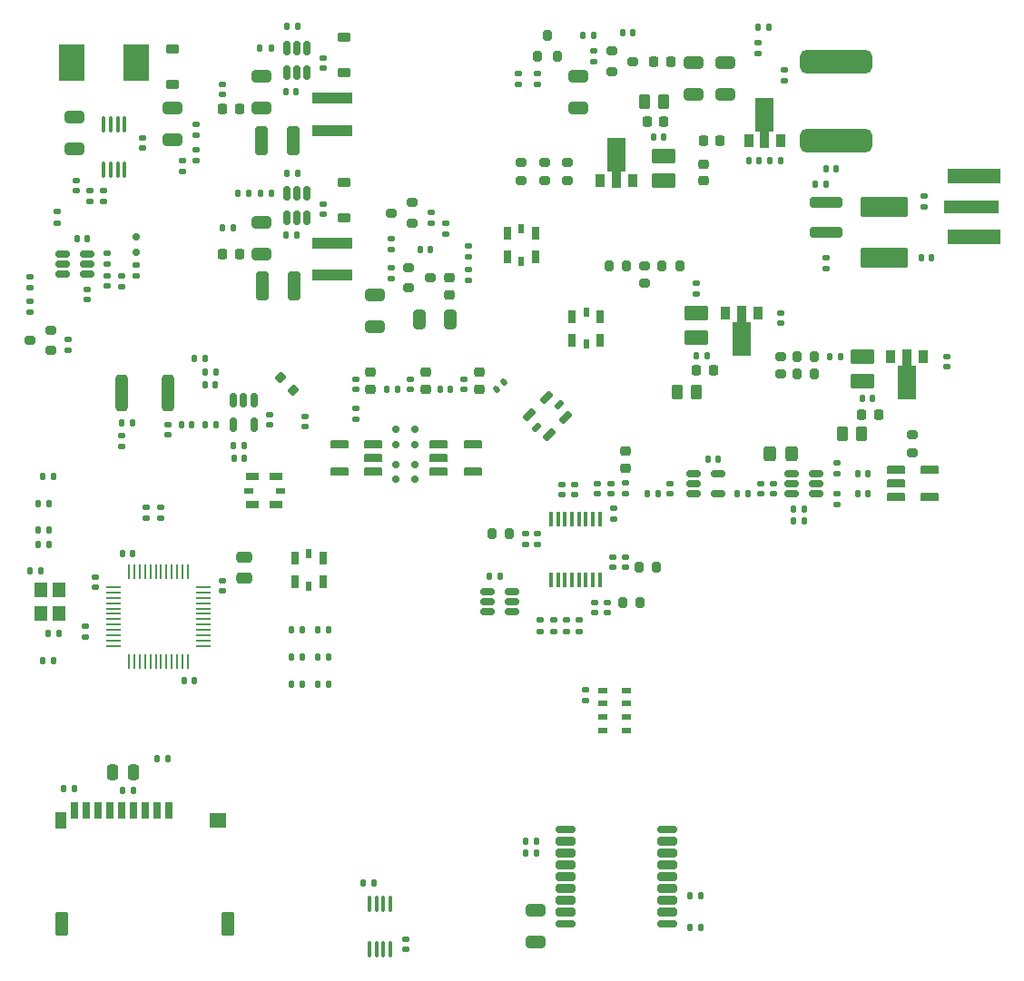
<source format=gtp>
%TF.GenerationSoftware,KiCad,Pcbnew,7.0.1*%
%TF.CreationDate,2023-06-24T00:45:25-07:00*%
%TF.ProjectId,Weather_Balloon_Payload_HW,57656174-6865-4725-9f42-616c6c6f6f6e,rev?*%
%TF.SameCoordinates,PX68e7780PY8583b00*%
%TF.FileFunction,Paste,Top*%
%TF.FilePolarity,Positive*%
%FSLAX46Y46*%
G04 Gerber Fmt 4.6, Leading zero omitted, Abs format (unit mm)*
G04 Created by KiCad (PCBNEW 7.0.1) date 2023-06-24 00:45:25*
%MOMM*%
%LPD*%
G01*
G04 APERTURE LIST*
G04 Aperture macros list*
%AMRoundRect*
0 Rectangle with rounded corners*
0 $1 Rounding radius*
0 $2 $3 $4 $5 $6 $7 $8 $9 X,Y pos of 4 corners*
0 Add a 4 corners polygon primitive as box body*
4,1,4,$2,$3,$4,$5,$6,$7,$8,$9,$2,$3,0*
0 Add four circle primitives for the rounded corners*
1,1,$1+$1,$2,$3*
1,1,$1+$1,$4,$5*
1,1,$1+$1,$6,$7*
1,1,$1+$1,$8,$9*
0 Add four rect primitives between the rounded corners*
20,1,$1+$1,$2,$3,$4,$5,0*
20,1,$1+$1,$4,$5,$6,$7,0*
20,1,$1+$1,$6,$7,$8,$9,0*
20,1,$1+$1,$8,$9,$2,$3,0*%
%AMFreePoly0*
4,1,9,3.862500,-0.866500,0.737500,-0.866500,0.737500,-0.450000,-0.737500,-0.450000,-0.737500,0.450000,0.737500,0.450000,0.737500,0.866500,3.862500,0.866500,3.862500,-0.866500,3.862500,-0.866500,$1*%
G04 Aperture macros list end*
%ADD10RoundRect,0.200000X-0.200000X-0.275000X0.200000X-0.275000X0.200000X0.275000X-0.200000X0.275000X0*%
%ADD11RoundRect,0.140000X0.140000X0.170000X-0.140000X0.170000X-0.140000X-0.170000X0.140000X-0.170000X0*%
%ADD12RoundRect,0.135000X0.185000X-0.135000X0.185000X0.135000X-0.185000X0.135000X-0.185000X-0.135000X0*%
%ADD13RoundRect,0.150000X-0.150000X0.512500X-0.150000X-0.512500X0.150000X-0.512500X0.150000X0.512500X0*%
%ADD14RoundRect,0.135000X-0.185000X0.135000X-0.185000X-0.135000X0.185000X-0.135000X0.185000X0.135000X0*%
%ADD15RoundRect,0.140000X-0.140000X-0.170000X0.140000X-0.170000X0.140000X0.170000X-0.140000X0.170000X0*%
%ADD16RoundRect,0.140000X-0.170000X0.140000X-0.170000X-0.140000X0.170000X-0.140000X0.170000X0.140000X0*%
%ADD17RoundRect,0.225000X0.250000X-0.225000X0.250000X0.225000X-0.250000X0.225000X-0.250000X-0.225000X0*%
%ADD18RoundRect,0.200000X0.275000X-0.200000X0.275000X0.200000X-0.275000X0.200000X-0.275000X-0.200000X0*%
%ADD19R,3.700000X1.100000*%
%ADD20RoundRect,0.147500X0.147500X0.172500X-0.147500X0.172500X-0.147500X-0.172500X0.147500X-0.172500X0*%
%ADD21RoundRect,0.140000X0.170000X-0.140000X0.170000X0.140000X-0.170000X0.140000X-0.170000X-0.140000X0*%
%ADD22RoundRect,0.135000X0.135000X0.185000X-0.135000X0.185000X-0.135000X-0.185000X0.135000X-0.185000X0*%
%ADD23RoundRect,0.135000X-0.135000X-0.185000X0.135000X-0.185000X0.135000X0.185000X-0.135000X0.185000X0*%
%ADD24RoundRect,0.250000X-0.650000X0.325000X-0.650000X-0.325000X0.650000X-0.325000X0.650000X0.325000X0*%
%ADD25RoundRect,0.250000X0.262500X0.450000X-0.262500X0.450000X-0.262500X-0.450000X0.262500X-0.450000X0*%
%ADD26RoundRect,0.150000X-0.200000X0.150000X-0.200000X-0.150000X0.200000X-0.150000X0.200000X0.150000X0*%
%ADD27RoundRect,0.089000X2.136000X-0.801000X2.136000X0.801000X-2.136000X0.801000X-2.136000X-0.801000X0*%
%ADD28RoundRect,0.250000X0.325000X1.100000X-0.325000X1.100000X-0.325000X-1.100000X0.325000X-1.100000X0*%
%ADD29RoundRect,0.200000X0.200000X0.275000X-0.200000X0.275000X-0.200000X-0.275000X0.200000X-0.275000X0*%
%ADD30RoundRect,0.250000X-0.325000X-0.450000X0.325000X-0.450000X0.325000X0.450000X-0.325000X0.450000X0*%
%ADD31RoundRect,0.076200X0.749300X-0.304800X0.749300X0.304800X-0.749300X0.304800X-0.749300X-0.304800X0*%
%ADD32RoundRect,0.225000X0.225000X0.250000X-0.225000X0.250000X-0.225000X-0.250000X0.225000X-0.250000X0*%
%ADD33RoundRect,0.150000X0.200000X-0.150000X0.200000X0.150000X-0.200000X0.150000X-0.200000X-0.150000X0*%
%ADD34R,0.950000X0.550000*%
%ADD35RoundRect,0.050000X0.100000X-0.712500X0.100000X0.712500X-0.100000X0.712500X-0.100000X-0.712500X0*%
%ADD36RoundRect,0.200000X0.335876X0.053033X0.053033X0.335876X-0.335876X-0.053033X-0.053033X-0.335876X0*%
%ADD37RoundRect,0.225000X0.375000X-0.225000X0.375000X0.225000X-0.375000X0.225000X-0.375000X-0.225000X0*%
%ADD38RoundRect,0.218750X0.256250X-0.218750X0.256250X0.218750X-0.256250X0.218750X-0.256250X-0.218750X0*%
%ADD39RoundRect,0.000000X-0.280000X-0.730000X0.280000X-0.730000X0.280000X0.730000X-0.280000X0.730000X0*%
%ADD40RoundRect,0.000000X-0.255000X-0.730000X0.255000X-0.730000X0.255000X0.730000X-0.255000X0.730000X0*%
%ADD41RoundRect,0.000000X-0.480000X-0.680000X0.480000X-0.680000X0.480000X0.680000X-0.480000X0.680000X0*%
%ADD42RoundRect,0.000000X-0.530000X-1.030000X0.530000X-1.030000X0.530000X1.030000X-0.530000X1.030000X0*%
%ADD43RoundRect,0.005000X-0.725000X-0.675000X0.725000X-0.675000X0.725000X0.675000X-0.725000X0.675000X0*%
%ADD44RoundRect,0.225000X-0.250000X0.225000X-0.250000X-0.225000X0.250000X-0.225000X0.250000X0.225000X0*%
%ADD45RoundRect,0.035000X-0.662500X-0.075000X0.662500X-0.075000X0.662500X0.075000X-0.662500X0.075000X0*%
%ADD46RoundRect,0.035000X-0.075000X-0.662500X0.075000X-0.662500X0.075000X0.662500X-0.075000X0.662500X0*%
%ADD47R,5.200000X1.270000*%
%ADD48R,4.900000X1.350000*%
%ADD49RoundRect,0.150000X-0.512500X-0.150000X0.512500X-0.150000X0.512500X0.150000X-0.512500X0.150000X0*%
%ADD50RoundRect,0.140000X-0.021213X0.219203X-0.219203X0.021213X0.021213X-0.219203X0.219203X-0.021213X0*%
%ADD51RoundRect,0.050000X-0.100000X0.637500X-0.100000X-0.637500X0.100000X-0.637500X0.100000X0.637500X0*%
%ADD52R,2.350000X3.500000*%
%ADD53RoundRect,0.250000X0.250000X0.475000X-0.250000X0.475000X-0.250000X-0.475000X0.250000X-0.475000X0*%
%ADD54RoundRect,0.225000X-0.225000X-0.250000X0.225000X-0.250000X0.225000X0.250000X-0.225000X0.250000X0*%
%ADD55RoundRect,0.200000X-0.275000X0.200000X-0.275000X-0.200000X0.275000X-0.200000X0.275000X0.200000X0*%
%ADD56RoundRect,0.540000X-2.825000X0.540000X-2.825000X-0.540000X2.825000X-0.540000X2.825000X0.540000X0*%
%ADD57RoundRect,0.200000X-0.300000X-0.200000X0.300000X-0.200000X0.300000X0.200000X-0.300000X0.200000X0*%
%ADD58RoundRect,0.250000X0.650000X-0.325000X0.650000X0.325000X-0.650000X0.325000X-0.650000X-0.325000X0*%
%ADD59RoundRect,0.218750X-0.218750X-0.256250X0.218750X-0.256250X0.218750X0.256250X-0.218750X0.256250X0*%
%ADD60RoundRect,0.147500X-0.172500X0.147500X-0.172500X-0.147500X0.172500X-0.147500X0.172500X0.147500X0*%
%ADD61RoundRect,0.175000X-0.725000X-0.175000X0.725000X-0.175000X0.725000X0.175000X-0.725000X0.175000X0*%
%ADD62RoundRect,0.200000X-0.700000X-0.200000X0.700000X-0.200000X0.700000X0.200000X-0.700000X0.200000X0*%
%ADD63R,0.900000X1.300000*%
%ADD64FreePoly0,90.000000*%
%ADD65RoundRect,0.250000X0.325000X0.650000X-0.325000X0.650000X-0.325000X-0.650000X0.325000X-0.650000X0*%
%ADD66RoundRect,0.255000X-1.270000X0.255000X-1.270000X-0.255000X1.270000X-0.255000X1.270000X0.255000X0*%
%ADD67RoundRect,0.050000X-0.100000X0.712500X-0.100000X-0.712500X0.100000X-0.712500X0.100000X0.712500X0*%
%ADD68RoundRect,0.076200X-0.749300X0.304800X-0.749300X-0.304800X0.749300X-0.304800X0.749300X0.304800X0*%
%ADD69FreePoly0,270.000000*%
%ADD70RoundRect,0.250001X0.849999X-0.462499X0.849999X0.462499X-0.849999X0.462499X-0.849999X-0.462499X0*%
%ADD71RoundRect,0.250000X-0.312500X-1.450000X0.312500X-1.450000X0.312500X1.450000X-0.312500X1.450000X0*%
%ADD72R,1.200000X1.400000*%
%ADD73RoundRect,0.250000X0.475000X-0.250000X0.475000X0.250000X-0.475000X0.250000X-0.475000X-0.250000X0*%
%ADD74RoundRect,0.250001X-0.849999X0.462499X-0.849999X-0.462499X0.849999X-0.462499X0.849999X0.462499X0*%
%ADD75RoundRect,0.015000X-0.410000X-0.210000X0.410000X-0.210000X0.410000X0.210000X-0.410000X0.210000X0*%
%ADD76RoundRect,0.045000X-0.580000X-0.280000X0.580000X-0.280000X0.580000X0.280000X-0.580000X0.280000X0*%
%ADD77RoundRect,0.200000X0.300000X0.200000X-0.300000X0.200000X-0.300000X-0.200000X0.300000X-0.200000X0*%
%ADD78RoundRect,0.200000X0.200000X-0.300000X0.200000X0.300000X-0.200000X0.300000X-0.200000X-0.300000X0*%
%ADD79RoundRect,0.015000X0.210000X-0.410000X0.210000X0.410000X-0.210000X0.410000X-0.210000X-0.410000X0*%
%ADD80RoundRect,0.045000X0.280000X-0.580000X0.280000X0.580000X-0.280000X0.580000X-0.280000X-0.580000X0*%
%ADD81RoundRect,0.218750X-0.256250X0.218750X-0.256250X-0.218750X0.256250X-0.218750X0.256250X0.218750X0*%
%ADD82RoundRect,0.015000X-0.141421X-0.438406X0.438406X0.141421X0.141421X0.438406X-0.438406X-0.141421X0*%
%ADD83RoundRect,0.045000X-0.212132X-0.608112X0.608112X0.212132X0.212132X0.608112X-0.608112X-0.212132X0*%
%ADD84RoundRect,0.147500X0.172500X-0.147500X0.172500X0.147500X-0.172500X0.147500X-0.172500X-0.147500X0*%
%ADD85RoundRect,0.015000X-0.210000X0.410000X-0.210000X-0.410000X0.210000X-0.410000X0.210000X0.410000X0*%
%ADD86RoundRect,0.045000X-0.280000X0.580000X-0.280000X-0.580000X0.280000X-0.580000X0.280000X0.580000X0*%
G04 APERTURE END LIST*
D10*
%TO.C,R33*%
X64650000Y34562500D03*
X66300000Y34562500D03*
%TD*%
D11*
%TO.C,C59*%
X53205000Y37000000D03*
X52245000Y37000000D03*
%TD*%
D12*
%TO.C,R58*%
X43050000Y64780000D03*
X43050000Y65800000D03*
%TD*%
D13*
%TO.C,U15*%
X30250000Y53417500D03*
X29300000Y53417500D03*
X28350000Y53417500D03*
X28350000Y51142500D03*
X30250000Y51142500D03*
%TD*%
D14*
%TO.C,R40*%
X64925000Y45722500D03*
X64925000Y44702500D03*
%TD*%
D15*
%TO.C,C7*%
X27350000Y69500000D03*
X28310000Y69500000D03*
%TD*%
D16*
%TO.C,C42*%
X79350000Y61600000D03*
X79350000Y60640000D03*
%TD*%
D17*
%TO.C,C50*%
X64925000Y47112500D03*
X64925000Y48662500D03*
%TD*%
D18*
%TO.C,R48*%
X66650000Y64350000D03*
X66650000Y66000000D03*
%TD*%
D19*
%TO.C,L2*%
X37587500Y68100000D03*
X37587500Y65100000D03*
%TD*%
D20*
%TO.C,D11*%
X37190000Y26950000D03*
X36220000Y26950000D03*
%TD*%
D21*
%TO.C,C60*%
X31700000Y51130000D03*
X31700000Y52090000D03*
%TD*%
D22*
%TO.C,R69*%
X34770000Y29450000D03*
X33750000Y29450000D03*
%TD*%
D23*
%TO.C,R53*%
X24680000Y57300000D03*
X25700000Y57300000D03*
%TD*%
D24*
%TO.C,C29*%
X60500000Y83625000D03*
X60500000Y80675000D03*
%TD*%
D25*
%TO.C,R56*%
X68500000Y81300000D03*
X66675000Y81300000D03*
%TD*%
D26*
%TO.C,D7*%
X45250000Y49300000D03*
X45250000Y50700000D03*
%TD*%
D27*
%TO.C,L15*%
X89000000Y66700000D03*
X89000000Y71500000D03*
%TD*%
D28*
%TO.C,C11*%
X33987500Y64100000D03*
X31037500Y64100000D03*
%TD*%
D29*
%TO.C,R35*%
X54075000Y40962500D03*
X52425000Y40962500D03*
%TD*%
D12*
%TO.C,R57*%
X77300000Y85800000D03*
X77300000Y86820000D03*
%TD*%
D30*
%TO.C,L6*%
X78350000Y48450000D03*
X80400000Y48450000D03*
%TD*%
D24*
%TO.C,C82*%
X74200000Y84950000D03*
X74200000Y82000000D03*
%TD*%
%TO.C,C12*%
X22700000Y80700000D03*
X22700000Y77750000D03*
%TD*%
D31*
%TO.C,T3*%
X41400000Y49270000D03*
X41400000Y48000000D03*
X41400000Y46730000D03*
X38200000Y46730000D03*
X38200000Y49270000D03*
%TD*%
D15*
%TO.C,C27*%
X9390000Y37500000D03*
X10350000Y37500000D03*
%TD*%
D22*
%TO.C,R43*%
X76360000Y44700000D03*
X75340000Y44700000D03*
%TD*%
D15*
%TO.C,C83*%
X83590000Y75000000D03*
X84550000Y75000000D03*
%TD*%
D32*
%TO.C,C74*%
X68500000Y79450000D03*
X66950000Y79450000D03*
%TD*%
D33*
%TO.C,D4*%
X19300000Y68650000D03*
X19300000Y67250000D03*
%TD*%
D22*
%TO.C,R23*%
X11600000Y29150000D03*
X10580000Y29150000D03*
%TD*%
D23*
%TO.C,R17*%
X10090000Y41300000D03*
X11110000Y41300000D03*
%TD*%
D15*
%TO.C,C58*%
X86550000Y44700000D03*
X87510000Y44700000D03*
%TD*%
D34*
%TO.C,U6*%
X62825000Y26375000D03*
X62825000Y25125000D03*
X62825000Y23875000D03*
X62825000Y22625000D03*
X64975000Y22625000D03*
X64975000Y23875000D03*
X64975000Y25125000D03*
X64975000Y26375000D03*
%TD*%
D22*
%TO.C,R68*%
X34770000Y26950000D03*
X33750000Y26950000D03*
%TD*%
D33*
%TO.C,D6*%
X43500000Y50700000D03*
X43500000Y49300000D03*
%TD*%
D16*
%TO.C,C87*%
X83600000Y66700000D03*
X83600000Y65740000D03*
%TD*%
D22*
%TO.C,R4*%
X29760000Y72750000D03*
X28740000Y72750000D03*
%TD*%
D35*
%TO.C,U3*%
X16250000Y74975000D03*
X16900000Y74975000D03*
X17550000Y74975000D03*
X18200000Y74975000D03*
X18200000Y79200000D03*
X17550000Y79200000D03*
X16900000Y79200000D03*
X16250000Y79200000D03*
%TD*%
D22*
%TO.C,R66*%
X22220000Y19950000D03*
X21200000Y19950000D03*
%TD*%
D16*
%TO.C,C16*%
X16530000Y65050000D03*
X16530000Y64090000D03*
%TD*%
D36*
%TO.C,R50*%
X33916726Y54343274D03*
X32750000Y55510000D03*
%TD*%
D16*
%TO.C,C66*%
X39800000Y52630000D03*
X39800000Y51670000D03*
%TD*%
D21*
%TO.C,C20*%
X61150000Y25440000D03*
X61150000Y26400000D03*
%TD*%
%TO.C,C47*%
X64875000Y37862500D03*
X64875000Y38822500D03*
%TD*%
D16*
%TO.C,C45*%
X71550000Y64330000D03*
X71550000Y63370000D03*
%TD*%
D20*
%TO.C,D12*%
X37205000Y29450000D03*
X36235000Y29450000D03*
%TD*%
D11*
%TO.C,C86*%
X83590000Y73600000D03*
X82630000Y73600000D03*
%TD*%
D12*
%TO.C,R13*%
X19300000Y65050000D03*
X19300000Y66070000D03*
%TD*%
D23*
%TO.C,R18*%
X10100000Y40000000D03*
X11120000Y40000000D03*
%TD*%
D21*
%TO.C,C6*%
X27350000Y81950000D03*
X27350000Y82910000D03*
%TD*%
D12*
%TO.C,R21*%
X21600000Y42400000D03*
X21600000Y43420000D03*
%TD*%
D13*
%TO.C,U2*%
X35187500Y72737500D03*
X34237500Y72737500D03*
X33287500Y72737500D03*
X33287500Y70462500D03*
X34237500Y70462500D03*
X35187500Y70462500D03*
%TD*%
D15*
%TO.C,C30*%
X64640000Y87700000D03*
X65600000Y87700000D03*
%TD*%
D37*
%TO.C,D1*%
X38637500Y84000000D03*
X38637500Y87300000D03*
%TD*%
D10*
%TO.C,R34*%
X80900000Y55850000D03*
X82550000Y55850000D03*
%TD*%
D16*
%TO.C,C24*%
X27300000Y36600000D03*
X27300000Y35640000D03*
%TD*%
D14*
%TO.C,R6*%
X24900000Y79150000D03*
X24900000Y78130000D03*
%TD*%
D23*
%TO.C,R20*%
X40430000Y8400000D03*
X41450000Y8400000D03*
%TD*%
D16*
%TO.C,C36*%
X94900000Y57500000D03*
X94900000Y56540000D03*
%TD*%
D14*
%TO.C,R44*%
X84650000Y47620000D03*
X84650000Y46600000D03*
%TD*%
D11*
%TO.C,C64*%
X18910000Y51330000D03*
X17950000Y51330000D03*
%TD*%
D38*
%TO.C,L10*%
X51300000Y54450000D03*
X51300000Y56025000D03*
%TD*%
D16*
%TO.C,C61*%
X35000000Y51910000D03*
X35000000Y50950000D03*
%TD*%
D21*
%TO.C,C34*%
X62000000Y33602500D03*
X62000000Y34562500D03*
%TD*%
D15*
%TO.C,C78*%
X45740000Y67450000D03*
X46700000Y67450000D03*
%TD*%
D39*
%TO.C,J9*%
X22300000Y15200000D03*
X21200000Y15200000D03*
X20100000Y15200000D03*
X19000000Y15200000D03*
X17900000Y15200000D03*
X16800000Y15200000D03*
X15700000Y15200000D03*
X14600000Y15200000D03*
D40*
X13500000Y15200000D03*
D41*
X12250000Y14200000D03*
D42*
X12300000Y4600000D03*
D43*
X26900000Y14200000D03*
D42*
X27800000Y4600000D03*
%TD*%
D44*
%TO.C,C76*%
X72150000Y75450000D03*
X72150000Y73900000D03*
%TD*%
D14*
%TO.C,R9*%
X16250000Y73020000D03*
X16250000Y72000000D03*
%TD*%
D45*
%TO.C,U8*%
X17187500Y36000000D03*
X17187500Y35500000D03*
X17187500Y35000000D03*
X17187500Y34500000D03*
X17187500Y34000000D03*
X17187500Y33500000D03*
X17187500Y33000000D03*
X17187500Y32500000D03*
X17187500Y32000000D03*
X17187500Y31500000D03*
X17187500Y31000000D03*
X17187500Y30500000D03*
D46*
X18600000Y29087500D03*
X19100000Y29087500D03*
X19600000Y29087500D03*
X20100000Y29087500D03*
X20600000Y29087500D03*
X21100000Y29087500D03*
X21600000Y29087500D03*
X22100000Y29087500D03*
X22600000Y29087500D03*
X23100000Y29087500D03*
X23600000Y29087500D03*
X24100000Y29087500D03*
D45*
X25512500Y30500000D03*
X25512500Y31000000D03*
X25512500Y31500000D03*
X25512500Y32000000D03*
X25512500Y32500000D03*
X25512500Y33000000D03*
X25512500Y33500000D03*
X25512500Y34000000D03*
X25512500Y34500000D03*
X25512500Y35000000D03*
X25512500Y35500000D03*
X25512500Y36000000D03*
D46*
X24100000Y37412500D03*
X23600000Y37412500D03*
X23100000Y37412500D03*
X22600000Y37412500D03*
X22100000Y37412500D03*
X21600000Y37412500D03*
X21100000Y37412500D03*
X20600000Y37412500D03*
X20100000Y37412500D03*
X19600000Y37412500D03*
X19100000Y37412500D03*
X18600000Y37412500D03*
%TD*%
D47*
%TO.C,J8*%
X97157500Y71500000D03*
D48*
X97407500Y68675000D03*
X97407500Y74325000D03*
%TD*%
D16*
%TO.C,C14*%
X13650000Y73950000D03*
X13650000Y72990000D03*
%TD*%
D49*
%TO.C,U14*%
X52025000Y35600000D03*
X52025000Y34650000D03*
X52025000Y33700000D03*
X54300000Y33700000D03*
X54300000Y34650000D03*
X54300000Y35600000D03*
%TD*%
D23*
%TO.C,R5*%
X30880000Y72750000D03*
X31900000Y72750000D03*
%TD*%
D50*
%TO.C,C73*%
X53539411Y55139411D03*
X52860589Y54460589D03*
%TD*%
D11*
%TO.C,C56*%
X81550000Y42200000D03*
X80590000Y42200000D03*
%TD*%
D15*
%TO.C,C57*%
X86550000Y46600000D03*
X87510000Y46600000D03*
%TD*%
D51*
%TO.C,U9*%
X62525000Y42362500D03*
X61875000Y42362500D03*
X61225000Y42362500D03*
X60575000Y42362500D03*
X59925000Y42362500D03*
X59275000Y42362500D03*
X58625000Y42362500D03*
X57975000Y42362500D03*
X57975000Y36637500D03*
X58625000Y36637500D03*
X59275000Y36637500D03*
X59925000Y36637500D03*
X60575000Y36637500D03*
X61225000Y36637500D03*
X61875000Y36637500D03*
X62525000Y36637500D03*
%TD*%
D23*
%TO.C,R67*%
X12480000Y17200000D03*
X13500000Y17200000D03*
%TD*%
D18*
%TO.C,R62*%
X55200000Y73950000D03*
X55200000Y75600000D03*
%TD*%
D21*
%TO.C,C49*%
X63525000Y44712500D03*
X63525000Y45672500D03*
%TD*%
D25*
%TO.C,R41*%
X71550000Y54200000D03*
X69725000Y54200000D03*
%TD*%
D21*
%TO.C,C54*%
X78750000Y44700000D03*
X78750000Y45660000D03*
%TD*%
D14*
%TO.C,R24*%
X56700000Y83950000D03*
X56700000Y82930000D03*
%TD*%
D25*
%TO.C,R37*%
X86950000Y50300000D03*
X85125000Y50300000D03*
%TD*%
D21*
%TO.C,C26*%
X14500000Y31350000D03*
X14500000Y32310000D03*
%TD*%
D10*
%TO.C,R36*%
X66175000Y37862500D03*
X67825000Y37862500D03*
%TD*%
D12*
%TO.C,R28*%
X58200000Y31880000D03*
X58200000Y32900000D03*
%TD*%
D21*
%TO.C,C5*%
X36687500Y84400000D03*
X36687500Y85360000D03*
%TD*%
D19*
%TO.C,L1*%
X37587500Y81600000D03*
X37587500Y78600000D03*
%TD*%
D52*
%TO.C,L3*%
X13225000Y84900000D03*
X19275000Y84900000D03*
%TD*%
D49*
%TO.C,U12*%
X71262500Y46600000D03*
X71262500Y45650000D03*
X71262500Y44700000D03*
X73537500Y44700000D03*
X73537500Y46600000D03*
%TD*%
D21*
%TO.C,C65*%
X22200000Y50182500D03*
X22200000Y51142500D03*
%TD*%
D28*
%TO.C,C2*%
X33937500Y77650000D03*
X30987500Y77650000D03*
%TD*%
D53*
%TO.C,C84*%
X19000000Y18750000D03*
X17100000Y18750000D03*
%TD*%
D54*
%TO.C,C43*%
X71550000Y56200000D03*
X73100000Y56200000D03*
%TD*%
D21*
%TO.C,C70*%
X49850000Y54450000D03*
X49850000Y55410000D03*
%TD*%
D12*
%TO.C,R65*%
X46750000Y69950000D03*
X46750000Y70970000D03*
%TD*%
D29*
%TO.C,R49*%
X65000000Y66000000D03*
X63350000Y66000000D03*
%TD*%
D23*
%TO.C,R16*%
X10090000Y43800000D03*
X11110000Y43800000D03*
%TD*%
D18*
%TO.C,R64*%
X57350000Y73950000D03*
X57350000Y75600000D03*
%TD*%
D55*
%TO.C,R63*%
X59500000Y75600000D03*
X59500000Y73950000D03*
%TD*%
D14*
%TO.C,R30*%
X59400000Y32900000D03*
X59400000Y31880000D03*
%TD*%
D24*
%TO.C,C31*%
X71300000Y84950000D03*
X71300000Y82000000D03*
%TD*%
D21*
%TO.C,C53*%
X77550000Y44700000D03*
X77550000Y45660000D03*
%TD*%
D56*
%TO.C,L13*%
X84550000Y85020000D03*
X84550000Y77650000D03*
%TD*%
D12*
%TO.C,R22*%
X20200000Y42400000D03*
X20200000Y43420000D03*
%TD*%
D57*
%TO.C,Q4*%
X44680000Y65810000D03*
X44680000Y63910000D03*
X46680000Y64860000D03*
%TD*%
D58*
%TO.C,C19*%
X56500000Y2875000D03*
X56500000Y5825000D03*
%TD*%
D59*
%TO.C,L12*%
X72150000Y77650000D03*
X73725000Y77650000D03*
%TD*%
D15*
%TO.C,C75*%
X67540000Y77962500D03*
X68500000Y77962500D03*
%TD*%
D14*
%TO.C,R31*%
X60600000Y32900000D03*
X60600000Y31880000D03*
%TD*%
D38*
%TO.C,L9*%
X46250000Y54450000D03*
X46250000Y56025000D03*
%TD*%
D21*
%TO.C,C10*%
X36737500Y70800000D03*
X36737500Y71760000D03*
%TD*%
D60*
%TO.C,D10*%
X50300000Y67820000D03*
X50300000Y66850000D03*
%TD*%
D61*
%TO.C,U5*%
X59300000Y13400000D03*
D62*
X59300000Y12300000D03*
X59300000Y11200000D03*
X59300000Y10100000D03*
X59300000Y9000000D03*
X59300000Y7900000D03*
X59300000Y6800000D03*
X59300000Y5700000D03*
D61*
X59300000Y4600000D03*
X68800000Y4600000D03*
D62*
X68800000Y5700000D03*
X68800000Y6800000D03*
X68800000Y7900000D03*
X68800000Y9000000D03*
X68800000Y10100000D03*
X68800000Y11200000D03*
X68800000Y12300000D03*
D61*
X68800000Y13400000D03*
%TD*%
D24*
%TO.C,C18*%
X13500000Y79850000D03*
X13500000Y76900000D03*
%TD*%
D21*
%TO.C,C51*%
X69075000Y44712500D03*
X69075000Y45672500D03*
%TD*%
D15*
%TO.C,C55*%
X80590000Y43300000D03*
X81550000Y43300000D03*
%TD*%
D20*
%TO.C,D13*%
X37205000Y32000000D03*
X36235000Y32000000D03*
%TD*%
D12*
%TO.C,R71*%
X48150000Y68930000D03*
X48150000Y69950000D03*
%TD*%
D21*
%TO.C,C89*%
X19850000Y76940000D03*
X19850000Y77900000D03*
%TD*%
D15*
%TO.C,C88*%
X28400000Y47980000D03*
X29360000Y47980000D03*
%TD*%
D10*
%TO.C,R39*%
X80900000Y57500000D03*
X82550000Y57500000D03*
%TD*%
D12*
%TO.C,R45*%
X84650000Y43680000D03*
X84650000Y44700000D03*
%TD*%
D22*
%TO.C,R55*%
X29370000Y49180000D03*
X28350000Y49180000D03*
%TD*%
D14*
%TO.C,R52*%
X17950000Y50130000D03*
X17950000Y49110000D03*
%TD*%
D54*
%TO.C,C39*%
X86950000Y52100000D03*
X88500000Y52100000D03*
%TD*%
D63*
%TO.C,U16*%
X62550000Y73925000D03*
D64*
X64050000Y74012500D03*
D63*
X65550000Y73925000D03*
%TD*%
D22*
%TO.C,R2*%
X31850000Y86300000D03*
X30830000Y86300000D03*
%TD*%
D23*
%TO.C,R14*%
X55580000Y11200000D03*
X56600000Y11200000D03*
%TD*%
D16*
%TO.C,C21*%
X44400000Y3160000D03*
X44400000Y2200000D03*
%TD*%
D65*
%TO.C,C79*%
X48600000Y60950000D03*
X45650000Y60950000D03*
%TD*%
D21*
%TO.C,C32*%
X59025000Y44632500D03*
X59025000Y45592500D03*
%TD*%
%TO.C,C67*%
X39800000Y54450000D03*
X39800000Y55410000D03*
%TD*%
D66*
%TO.C,L14*%
X83590000Y71900000D03*
X83590000Y69100000D03*
%TD*%
D21*
%TO.C,C81*%
X79700000Y83270000D03*
X79700000Y84230000D03*
%TD*%
D37*
%TO.C,D2*%
X38687500Y70450000D03*
X38687500Y73750000D03*
%TD*%
D12*
%TO.C,R29*%
X56950000Y31880000D03*
X56950000Y32900000D03*
%TD*%
D15*
%TO.C,C80*%
X76400000Y75800000D03*
X77360000Y75800000D03*
%TD*%
D11*
%TO.C,C52*%
X73550000Y47950000D03*
X72590000Y47950000D03*
%TD*%
D16*
%TO.C,C46*%
X55575000Y40962500D03*
X55575000Y40002500D03*
%TD*%
D12*
%TO.C,R10*%
X11900000Y69980000D03*
X11900000Y71000000D03*
%TD*%
D16*
%TO.C,C37*%
X63725000Y38822500D03*
X63725000Y37862500D03*
%TD*%
D67*
%TO.C,U18*%
X42975000Y6412500D03*
X42325000Y6412500D03*
X41675000Y6412500D03*
X41025000Y6412500D03*
X41025000Y2187500D03*
X41675000Y2187500D03*
X42325000Y2187500D03*
X42975000Y2187500D03*
%TD*%
D12*
%TO.C,R25*%
X61950000Y84980000D03*
X61950000Y86000000D03*
%TD*%
D68*
%TO.C,T1*%
X90100000Y44380000D03*
X90100000Y45650000D03*
X90100000Y46920000D03*
X93300000Y46920000D03*
X93300000Y44380000D03*
%TD*%
D63*
%TO.C,U10*%
X92650000Y57500000D03*
D69*
X91150000Y57412500D03*
D63*
X89650000Y57500000D03*
%TD*%
D14*
%TO.C,R12*%
X16530000Y67170000D03*
X16530000Y66150000D03*
%TD*%
D15*
%TO.C,C90*%
X70950000Y7200000D03*
X71910000Y7200000D03*
%TD*%
D21*
%TO.C,C69*%
X44850000Y54450000D03*
X44850000Y55410000D03*
%TD*%
D70*
%TO.C,L4*%
X86980000Y55187500D03*
X86980000Y57512500D03*
%TD*%
D63*
%TO.C,U11*%
X77250000Y61600000D03*
D69*
X75750000Y61512500D03*
D63*
X74250000Y61600000D03*
%TD*%
D18*
%TO.C,R46*%
X91700000Y48550000D03*
X91700000Y50200000D03*
%TD*%
D71*
%TO.C,L7*%
X17925000Y54080000D03*
X22200000Y54080000D03*
%TD*%
D12*
%TO.C,R7*%
X24900000Y75750000D03*
X24900000Y76770000D03*
%TD*%
D57*
%TO.C,Q2*%
X63600000Y86000000D03*
X63600000Y84100000D03*
X65600000Y85050000D03*
%TD*%
D21*
%TO.C,C13*%
X14950000Y72000000D03*
X14950000Y72960000D03*
%TD*%
D70*
%TO.C,L5*%
X71550000Y59275000D03*
X71550000Y61600000D03*
%TD*%
D11*
%TO.C,C17*%
X14730000Y68500000D03*
X13770000Y68500000D03*
%TD*%
D72*
%TO.C,Y1*%
X10350000Y35700000D03*
X10350000Y33500000D03*
X12050000Y33500000D03*
X12050000Y35700000D03*
%TD*%
D58*
%TO.C,C1*%
X30987500Y80700000D03*
X30987500Y83650000D03*
%TD*%
D22*
%TO.C,R42*%
X67945000Y44712500D03*
X66925000Y44712500D03*
%TD*%
D11*
%TO.C,C4*%
X34217500Y82200000D03*
X33257500Y82200000D03*
%TD*%
%TO.C,C44*%
X72510000Y57600000D03*
X71550000Y57600000D03*
%TD*%
D12*
%TO.C,R27*%
X43050000Y67450000D03*
X43050000Y68470000D03*
%TD*%
%TO.C,R11*%
X17930000Y64030000D03*
X17930000Y65050000D03*
%TD*%
D23*
%TO.C,R1*%
X33300000Y74600000D03*
X34320000Y74600000D03*
%TD*%
D14*
%TO.C,R32*%
X63775000Y43362500D03*
X63775000Y42342500D03*
%TD*%
D38*
%TO.C,L8*%
X41150000Y54450000D03*
X41150000Y56025000D03*
%TD*%
D23*
%TO.C,R54*%
X25700000Y56050000D03*
X26720000Y56050000D03*
%TD*%
D49*
%TO.C,U4*%
X12442500Y67100000D03*
X12442500Y66150000D03*
X12442500Y65200000D03*
X14717500Y65200000D03*
X14717500Y66150000D03*
X14717500Y67100000D03*
%TD*%
D15*
%TO.C,C71*%
X70950000Y4250000D03*
X71910000Y4250000D03*
%TD*%
D16*
%TO.C,C38*%
X63200000Y34562500D03*
X63200000Y33602500D03*
%TD*%
D22*
%TO.C,R19*%
X11570000Y46355000D03*
X10550000Y46355000D03*
%TD*%
D18*
%TO.C,R38*%
X79350000Y55850000D03*
X79350000Y57500000D03*
%TD*%
D68*
%TO.C,T2*%
X47500000Y46730000D03*
X47500000Y48000000D03*
X47500000Y49270000D03*
X50700000Y49270000D03*
X50700000Y46730000D03*
%TD*%
D11*
%TO.C,C9*%
X34237500Y68800000D03*
X33277500Y68800000D03*
%TD*%
D15*
%TO.C,C28*%
X11090000Y31700000D03*
X12050000Y31700000D03*
%TD*%
D22*
%TO.C,R26*%
X61960000Y87500000D03*
X60940000Y87500000D03*
%TD*%
%TO.C,R61*%
X79400000Y75800000D03*
X78380000Y75800000D03*
%TD*%
D49*
%TO.C,U13*%
X80400000Y46600000D03*
X80400000Y45650000D03*
X80400000Y44700000D03*
X82675000Y44700000D03*
X82675000Y45650000D03*
X82675000Y46600000D03*
%TD*%
D63*
%TO.C,U17*%
X76400000Y77650000D03*
D64*
X77900000Y77737500D03*
D63*
X79400000Y77650000D03*
%TD*%
D15*
%TO.C,C41*%
X83990000Y57500000D03*
X84950000Y57500000D03*
%TD*%
D73*
%TO.C,C3*%
X29350000Y36850000D03*
X29350000Y38750000D03*
%TD*%
D26*
%TO.C,D8*%
X45250000Y46050000D03*
X45250000Y47450000D03*
%TD*%
D37*
%TO.C,D3*%
X22700000Y82900000D03*
X22700000Y86200000D03*
%TD*%
D59*
%TO.C,FB2*%
X27350000Y67100000D03*
X28925000Y67100000D03*
%TD*%
D22*
%TO.C,R51*%
X26760000Y51142500D03*
X25740000Y51142500D03*
%TD*%
D74*
%TO.C,L11*%
X68500000Y76225000D03*
X68500000Y73900000D03*
%TD*%
D16*
%TO.C,C15*%
X14730000Y63800000D03*
X14730000Y62840000D03*
%TD*%
D12*
%TO.C,R72*%
X54950000Y82930000D03*
X54950000Y83950000D03*
%TD*%
D75*
%TO.C,J11*%
X29750000Y45000000D03*
X32750000Y45000000D03*
D76*
X30150000Y46300000D03*
X30150000Y43700000D03*
X32350000Y46300000D03*
X32350000Y43700000D03*
%TD*%
D77*
%TO.C,Q3*%
X45050000Y69950000D03*
X45050000Y71850000D03*
X43050000Y70900000D03*
%TD*%
D29*
%TO.C,R47*%
X69950000Y66000000D03*
X68300000Y66000000D03*
%TD*%
D14*
%TO.C,R60*%
X9350000Y64920000D03*
X9350000Y63900000D03*
%TD*%
%TO.C,R8*%
X23600000Y75750000D03*
X23600000Y74730000D03*
%TD*%
D78*
%TO.C,Q1*%
X56700000Y85500000D03*
X58600000Y85500000D03*
X57650000Y87500000D03*
%TD*%
D79*
%TO.C,J7*%
X55200000Y66400000D03*
X55200000Y69400000D03*
D80*
X53900000Y66800000D03*
X56500000Y66800000D03*
X53900000Y69000000D03*
X56500000Y69000000D03*
%TD*%
D20*
%TO.C,D5*%
X78270000Y88200000D03*
X77300000Y88200000D03*
%TD*%
D11*
%TO.C,C91*%
X93460000Y66700000D03*
X92500000Y66700000D03*
%TD*%
D24*
%TO.C,C77*%
X41500000Y63250000D03*
X41500000Y60300000D03*
%TD*%
D77*
%TO.C,Q5*%
X11350000Y58050000D03*
X11350000Y59950000D03*
X9350000Y59000000D03*
%TD*%
D21*
%TO.C,C33*%
X60175000Y44612500D03*
X60175000Y45572500D03*
%TD*%
D13*
%TO.C,U1*%
X35187500Y86287500D03*
X34237500Y86287500D03*
X33287500Y86287500D03*
X33287500Y84012500D03*
X34237500Y84012500D03*
X35187500Y84012500D03*
%TD*%
D11*
%TO.C,C23*%
X24700000Y27300000D03*
X23740000Y27300000D03*
%TD*%
D12*
%TO.C,R73*%
X12900000Y58050000D03*
X12900000Y59070000D03*
%TD*%
D23*
%TO.C,R3*%
X33300000Y88300000D03*
X34320000Y88300000D03*
%TD*%
D21*
%TO.C,C35*%
X56725000Y40002500D03*
X56725000Y40962500D03*
%TD*%
D15*
%TO.C,C25*%
X18000000Y39150000D03*
X18960000Y39150000D03*
%TD*%
D21*
%TO.C,C48*%
X62325000Y44712500D03*
X62325000Y45672500D03*
%TD*%
D59*
%TO.C,FB1*%
X27350000Y80600000D03*
X28925000Y80600000D03*
%TD*%
D81*
%TO.C,FB4*%
X48500000Y64850000D03*
X48500000Y63275000D03*
%TD*%
D12*
%TO.C,R59*%
X50300000Y64600000D03*
X50300000Y65620000D03*
%TD*%
D82*
%TO.C,J5*%
X56589340Y50889340D03*
X58710660Y53010660D03*
D83*
X55952944Y52091421D03*
X57791421Y50252944D03*
X57508579Y53647056D03*
X59347056Y51808579D03*
%TD*%
D11*
%TO.C,C72*%
X48580000Y54450000D03*
X47620000Y54450000D03*
%TD*%
D33*
%TO.C,D9*%
X43500000Y47450000D03*
X43500000Y46050000D03*
%TD*%
D11*
%TO.C,C68*%
X43630000Y54450000D03*
X42670000Y54450000D03*
%TD*%
D21*
%TO.C,C22*%
X15500000Y36000000D03*
X15500000Y36960000D03*
%TD*%
D23*
%TO.C,R15*%
X55590000Y12300000D03*
X56610000Y12300000D03*
%TD*%
D16*
%TO.C,C92*%
X92750000Y72460000D03*
X92750000Y71500000D03*
%TD*%
D11*
%TO.C,C63*%
X26660000Y54900000D03*
X25700000Y54900000D03*
%TD*%
D22*
%TO.C,R70*%
X34770000Y32000000D03*
X33750000Y32000000D03*
%TD*%
D11*
%TO.C,C85*%
X19000000Y17000000D03*
X18040000Y17000000D03*
%TD*%
%TO.C,C40*%
X87940000Y53562500D03*
X86980000Y53562500D03*
%TD*%
D84*
%TO.C,D14*%
X9350000Y61650000D03*
X9350000Y62620000D03*
%TD*%
D59*
%TO.C,FB3*%
X67562500Y85050000D03*
X69137500Y85050000D03*
%TD*%
D79*
%TO.C,J12*%
X35400000Y36100000D03*
X35400000Y39100000D03*
D80*
X34100000Y36500000D03*
X36700000Y36500000D03*
X34100000Y38700000D03*
X36700000Y38700000D03*
%TD*%
D58*
%TO.C,C8*%
X31000000Y67100000D03*
X31000000Y70050000D03*
%TD*%
D85*
%TO.C,J6*%
X61250000Y61650000D03*
X61250000Y58650000D03*
D86*
X62550000Y61250000D03*
X59950000Y61250000D03*
X62550000Y59050000D03*
X59950000Y59050000D03*
%TD*%
D15*
%TO.C,C62*%
X23470000Y51142500D03*
X24430000Y51142500D03*
%TD*%
M02*

</source>
